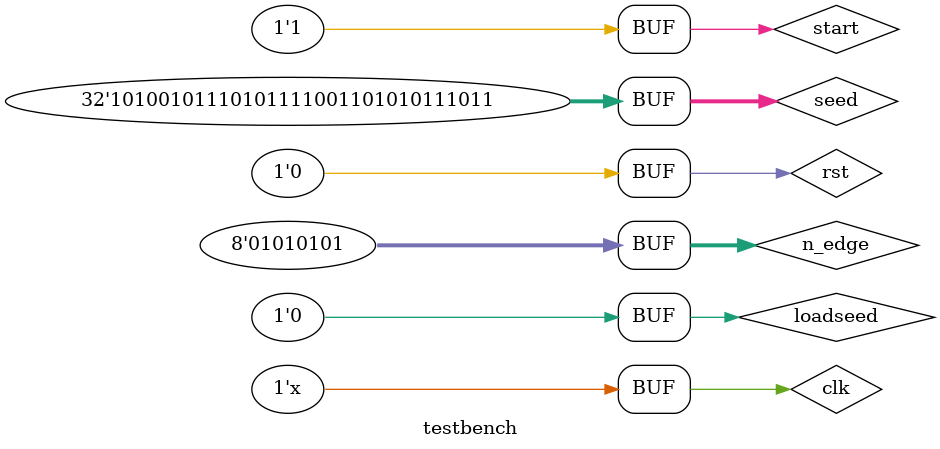
<source format=v>
`include "placement_top.v"
module testbench#(
    parameter grid_size = 9,
    parameter rand_width = 4,

    parameter max_edges_width = 8,

    parameter mem_edges_depth = 8,
    parameter mem_edges_width = 8,

    parameter mem_offset_depth = 6,
    parameter mem_offset_width = 4,

    parameter mem_position_depth = 7,
    parameter mem_position_width = 5,

    parameter mem_grid_depth = 7,
    parameter mem_grid_width = 8

)();
  reg clk, rst, start, loadseed;
  reg [32-1:0] seed;
  reg [max_edges_width-1:0] n_edge;

  initial begin
    clk = 0;
    rst = 0;
    start = 0;
    loadseed = 0;
    seed = 60879648823995;
    n_edge = 85;
    #1
    rst = 1;
    #3
    rst = 0;
    #1
    loadseed = 1;
    #1
    loadseed = 0;
    #1
    start = 1;
  end

  always #1 clk = ~clk;

  placement_top #(
  .grid_size(grid_size),
  .rand_width(rand_width),
  .max_edges_width(max_edges_width),
  .mem_edges_depth(mem_edges_depth),
  .mem_edges_width(mem_edges_width),
  .mem_offset_depth(mem_offset_depth),
  .mem_offset_width(mem_offset_width),
  .mem_position_depth(mem_position_depth),
  .mem_position_width(mem_position_width),
  .mem_grid_depth(mem_grid_depth),
  .mem_grid_width(mem_grid_width)
  ) p1 (
  .clk(clk),
  .rst(rst),
  .start(start),
  .loadseed(loadseed),
  .seed(seed),
  .n_edge(n_edge)
  );
endmodule

</source>
